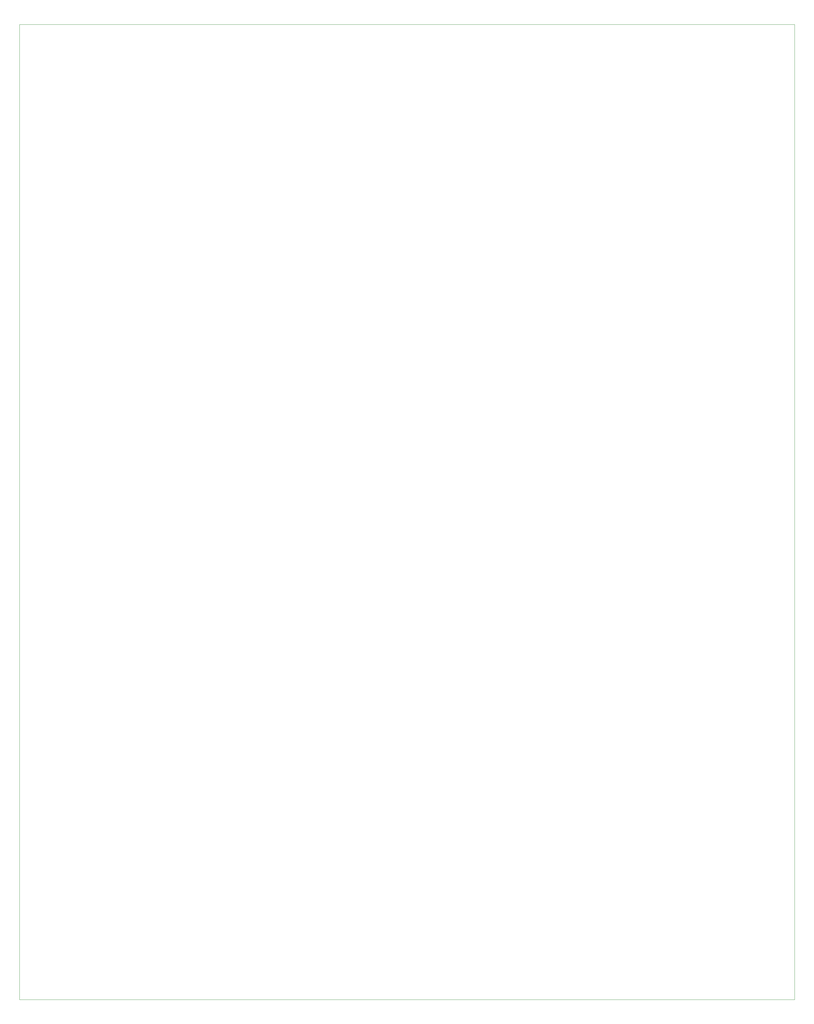
<source format=gbr>
%FSLAX34Y34*%
%MOMM*%
%LNOUTLINE*%
G71*
G01*
%ADD10C,0.002*%
%LPD*%
G54D10*
X-1271765Y2301716D02*
X988235Y2301716D01*
X988235Y-538284D01*
X-1271765Y-538284D01*
X-1271765Y2301716D01*
M02*

</source>
